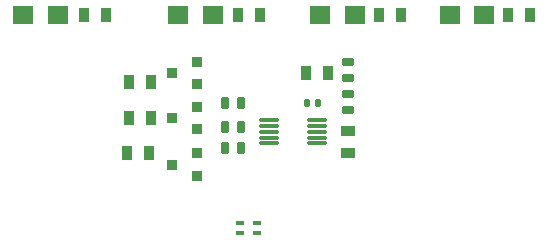
<source format=gtp>
G04 Layer_Color=8421504*
%FSLAX24Y24*%
%MOIN*%
G70*
G01*
G75*
%ADD10R,0.0689X0.0591*%
%ADD11O,0.0669X0.0118*%
%ADD12R,0.0335X0.0492*%
G04:AMPARAMS|DCode=13|XSize=22mil|YSize=24mil|CornerRadius=4.4mil|HoleSize=0mil|Usage=FLASHONLY|Rotation=180.000|XOffset=0mil|YOffset=0mil|HoleType=Round|Shape=RoundedRectangle|*
%AMROUNDEDRECTD13*
21,1,0.0220,0.0152,0,0,180.0*
21,1,0.0132,0.0240,0,0,180.0*
1,1,0.0088,-0.0066,0.0076*
1,1,0.0088,0.0066,0.0076*
1,1,0.0088,0.0066,-0.0076*
1,1,0.0088,-0.0066,-0.0076*
%
%ADD13ROUNDEDRECTD13*%
%ADD14R,0.0285X0.0167*%
%ADD15R,0.0360X0.0320*%
%ADD16R,0.0492X0.0335*%
G04:AMPARAMS|DCode=17|XSize=29.1mil|YSize=39.4mil|CornerRadius=5.8mil|HoleSize=0mil|Usage=FLASHONLY|Rotation=180.000|XOffset=0mil|YOffset=0mil|HoleType=Round|Shape=RoundedRectangle|*
%AMROUNDEDRECTD17*
21,1,0.0291,0.0277,0,0,180.0*
21,1,0.0175,0.0394,0,0,180.0*
1,1,0.0117,-0.0087,0.0139*
1,1,0.0117,0.0087,0.0139*
1,1,0.0117,0.0087,-0.0139*
1,1,0.0117,-0.0087,-0.0139*
%
%ADD17ROUNDEDRECTD17*%
G04:AMPARAMS|DCode=18|XSize=29.1mil|YSize=39.4mil|CornerRadius=5.8mil|HoleSize=0mil|Usage=FLASHONLY|Rotation=90.000|XOffset=0mil|YOffset=0mil|HoleType=Round|Shape=RoundedRectangle|*
%AMROUNDEDRECTD18*
21,1,0.0291,0.0277,0,0,90.0*
21,1,0.0175,0.0394,0,0,90.0*
1,1,0.0117,0.0139,0.0087*
1,1,0.0117,0.0139,-0.0087*
1,1,0.0117,-0.0139,-0.0087*
1,1,0.0117,-0.0139,0.0087*
%
%ADD18ROUNDEDRECTD18*%
D10*
X16226Y8543D02*
D03*
X17388D02*
D03*
X13061D02*
D03*
X11900D02*
D03*
X7187D02*
D03*
X8348D02*
D03*
X3179D02*
D03*
X2018D02*
D03*
D11*
X10193Y5044D02*
D03*
Y4847D02*
D03*
Y4650D02*
D03*
Y4453D02*
D03*
Y4256D02*
D03*
X11807Y5044D02*
D03*
Y4847D02*
D03*
Y4650D02*
D03*
Y4453D02*
D03*
Y4256D02*
D03*
D12*
X4036Y8543D02*
D03*
X4764D02*
D03*
X9166Y8540D02*
D03*
X9894D02*
D03*
X13886Y8550D02*
D03*
X14614D02*
D03*
X18186Y8543D02*
D03*
X18914D02*
D03*
X11436Y6600D02*
D03*
X12164D02*
D03*
X5536Y6300D02*
D03*
X6264D02*
D03*
X5536Y5100D02*
D03*
X6264D02*
D03*
X5486Y3950D02*
D03*
X6214D02*
D03*
D13*
X11837Y5600D02*
D03*
X11460D02*
D03*
D14*
X9234Y1278D02*
D03*
Y1612D02*
D03*
X9805D02*
D03*
Y1278D02*
D03*
D15*
X6960Y6600D02*
D03*
X7794Y6980D02*
D03*
Y6226D02*
D03*
X6960Y5100D02*
D03*
X7794Y5480D02*
D03*
Y4726D02*
D03*
X6960Y3550D02*
D03*
X7794Y3930D02*
D03*
Y3176D02*
D03*
D16*
X12850Y3936D02*
D03*
Y4664D02*
D03*
D17*
X8732Y5600D02*
D03*
X9268D02*
D03*
X8732Y4800D02*
D03*
X9268D02*
D03*
X8732Y4100D02*
D03*
X9268D02*
D03*
D18*
X12850Y5918D02*
D03*
Y5382D02*
D03*
X12850Y6432D02*
D03*
Y6968D02*
D03*
M02*

</source>
